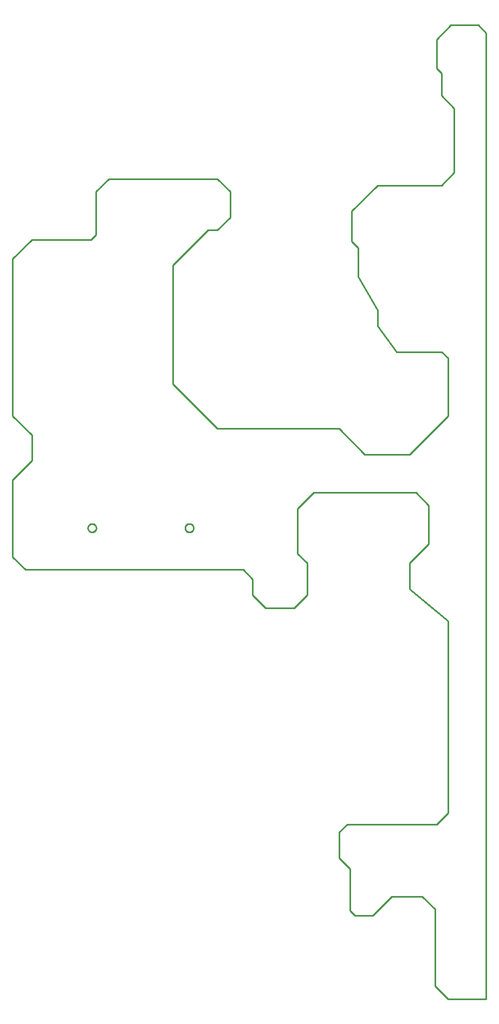
<source format=gbr>
G04 EAGLE Gerber RS-274X export*
G75*
%MOMM*%
%FSLAX34Y34*%
%LPD*%
%IN*%
%IPPOS*%
%AMOC8*
5,1,8,0,0,1.08239X$1,22.5*%
G01*
%ADD10C,0.254000*%


D10*
X810000Y1680000D02*
X830000Y1660000D01*
X1170000Y1660000D01*
X1185000Y1645000D01*
X1185000Y1620000D01*
X1205000Y1600000D01*
X1250000Y1600000D01*
X1270000Y1620000D01*
X1270000Y1670000D01*
X1255000Y1685000D01*
X1255000Y1755000D01*
X1280000Y1780000D01*
X1440000Y1780000D01*
X1460000Y1760000D01*
X1460000Y1700000D01*
X1430000Y1670000D01*
X1430000Y1630000D01*
X1490000Y1580000D01*
X1490000Y1280000D01*
X1472500Y1262500D01*
X1332500Y1262500D01*
X1320000Y1250000D01*
X1320000Y1210000D01*
X1337500Y1192500D01*
X1337500Y1127500D01*
X1345000Y1120000D01*
X1372500Y1120000D01*
X1402500Y1150000D01*
X1450000Y1150000D01*
X1470000Y1130000D01*
X1470000Y1010000D01*
X1490000Y990000D01*
X1550000Y990000D01*
X1550000Y2497500D01*
X1537500Y2510000D01*
X1495000Y2510000D01*
X1472500Y2487500D01*
X1472500Y2442500D01*
X1480000Y2435000D01*
X1480000Y2400000D01*
X1500000Y2380000D01*
X1500000Y2280000D01*
X1480000Y2260000D01*
X1380000Y2260000D01*
X1340000Y2220000D01*
X1340000Y2172500D01*
X1350000Y2162500D01*
X1350000Y2117500D01*
X1380000Y2065000D01*
X1380000Y2040000D01*
X1410000Y2000000D01*
X1480000Y2000000D01*
X1490000Y1990000D01*
X1490000Y1900000D01*
X1430000Y1840000D01*
X1360000Y1840000D01*
X1320000Y1880000D01*
X1130000Y1880000D01*
X1060000Y1950000D01*
X1060000Y2135000D01*
X1115000Y2190000D01*
X1130000Y2190000D01*
X1150000Y2210000D01*
X1150000Y2250000D01*
X1130000Y2270000D01*
X960000Y2270000D01*
X940000Y2250000D01*
X940000Y2182500D01*
X932500Y2175000D01*
X840000Y2175000D01*
X810000Y2145000D01*
X810000Y1900000D01*
X840000Y1870000D01*
X840000Y1830000D01*
X810000Y1800000D01*
X810000Y1680000D01*
X940500Y1724681D02*
X940500Y1725319D01*
X940437Y1725955D01*
X940313Y1726581D01*
X940127Y1727192D01*
X939883Y1727782D01*
X939582Y1728346D01*
X939227Y1728877D01*
X938822Y1729370D01*
X938370Y1729822D01*
X937877Y1730227D01*
X937346Y1730582D01*
X936782Y1730883D01*
X936192Y1731127D01*
X935581Y1731313D01*
X934955Y1731437D01*
X934319Y1731500D01*
X933681Y1731500D01*
X933045Y1731437D01*
X932419Y1731313D01*
X931808Y1731127D01*
X931218Y1730883D01*
X930654Y1730582D01*
X930123Y1730227D01*
X929630Y1729822D01*
X929178Y1729370D01*
X928773Y1728877D01*
X928418Y1728346D01*
X928117Y1727782D01*
X927873Y1727192D01*
X927687Y1726581D01*
X927563Y1725955D01*
X927500Y1725319D01*
X927500Y1724681D01*
X927563Y1724045D01*
X927687Y1723419D01*
X927873Y1722808D01*
X928117Y1722218D01*
X928418Y1721654D01*
X928773Y1721123D01*
X929178Y1720630D01*
X929630Y1720178D01*
X930123Y1719773D01*
X930654Y1719418D01*
X931218Y1719117D01*
X931808Y1718873D01*
X932419Y1718687D01*
X933045Y1718563D01*
X933681Y1718500D01*
X934319Y1718500D01*
X934955Y1718563D01*
X935581Y1718687D01*
X936192Y1718873D01*
X936782Y1719117D01*
X937346Y1719418D01*
X937877Y1719773D01*
X938370Y1720178D01*
X938822Y1720630D01*
X939227Y1721123D01*
X939582Y1721654D01*
X939883Y1722218D01*
X940127Y1722808D01*
X940313Y1723419D01*
X940437Y1724045D01*
X940500Y1724681D01*
X1092500Y1724681D02*
X1092500Y1725319D01*
X1092437Y1725955D01*
X1092313Y1726581D01*
X1092127Y1727192D01*
X1091883Y1727782D01*
X1091582Y1728346D01*
X1091227Y1728877D01*
X1090822Y1729370D01*
X1090370Y1729822D01*
X1089877Y1730227D01*
X1089346Y1730582D01*
X1088782Y1730883D01*
X1088192Y1731127D01*
X1087581Y1731313D01*
X1086955Y1731437D01*
X1086319Y1731500D01*
X1085681Y1731500D01*
X1085045Y1731437D01*
X1084419Y1731313D01*
X1083808Y1731127D01*
X1083218Y1730883D01*
X1082654Y1730582D01*
X1082123Y1730227D01*
X1081630Y1729822D01*
X1081178Y1729370D01*
X1080773Y1728877D01*
X1080418Y1728346D01*
X1080117Y1727782D01*
X1079873Y1727192D01*
X1079687Y1726581D01*
X1079563Y1725955D01*
X1079500Y1725319D01*
X1079500Y1724681D01*
X1079563Y1724045D01*
X1079687Y1723419D01*
X1079873Y1722808D01*
X1080117Y1722218D01*
X1080418Y1721654D01*
X1080773Y1721123D01*
X1081178Y1720630D01*
X1081630Y1720178D01*
X1082123Y1719773D01*
X1082654Y1719418D01*
X1083218Y1719117D01*
X1083808Y1718873D01*
X1084419Y1718687D01*
X1085045Y1718563D01*
X1085681Y1718500D01*
X1086319Y1718500D01*
X1086955Y1718563D01*
X1087581Y1718687D01*
X1088192Y1718873D01*
X1088782Y1719117D01*
X1089346Y1719418D01*
X1089877Y1719773D01*
X1090370Y1720178D01*
X1090822Y1720630D01*
X1091227Y1721123D01*
X1091582Y1721654D01*
X1091883Y1722218D01*
X1092127Y1722808D01*
X1092313Y1723419D01*
X1092437Y1724045D01*
X1092500Y1724681D01*
M02*

</source>
